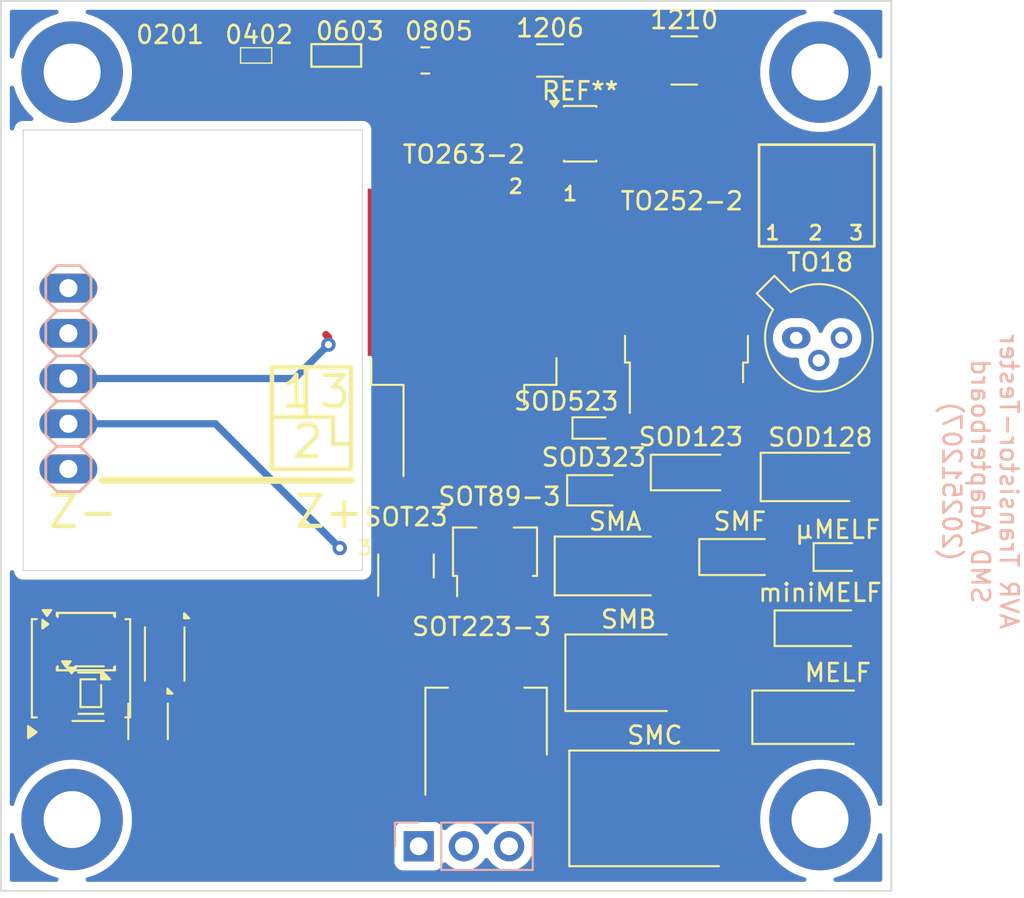
<source format=kicad_pcb>
(kicad_pcb
	(version 20241229)
	(generator "pcbnew")
	(generator_version "9.0")
	(general
		(thickness 1.6)
		(legacy_teardrops no)
	)
	(paper "A4")
	(layers
		(0 "F.Cu" signal)
		(2 "B.Cu" signal)
		(9 "F.Adhes" user "F.Adhesive")
		(11 "B.Adhes" user "B.Adhesive")
		(13 "F.Paste" user)
		(15 "B.Paste" user)
		(5 "F.SilkS" user "F.Silkscreen")
		(7 "B.SilkS" user "B.Silkscreen")
		(1 "F.Mask" user)
		(3 "B.Mask" user)
		(17 "Dwgs.User" user "User.Drawings")
		(19 "Cmts.User" user "User.Comments")
		(21 "Eco1.User" user "User.Eco1")
		(23 "Eco2.User" user "User.Eco2")
		(25 "Edge.Cuts" user)
		(27 "Margin" user)
		(31 "F.CrtYd" user "F.Courtyard")
		(29 "B.CrtYd" user "B.Courtyard")
		(35 "F.Fab" user)
		(33 "B.Fab" user)
		(39 "User.1" user)
		(41 "User.2" user)
		(43 "User.3" user)
		(45 "User.4" user)
		(47 "User.5" user)
		(49 "User.6" user)
		(51 "User.7" user)
		(53 "User.8" user)
		(55 "User.9" user)
	)
	(setup
		(stackup
			(layer "F.SilkS"
				(type "Top Silk Screen")
			)
			(layer "F.Paste"
				(type "Top Solder Paste")
			)
			(layer "F.Mask"
				(type "Top Solder Mask")
				(thickness 0.01)
			)
			(layer "F.Cu"
				(type "copper")
				(thickness 0.035)
			)
			(layer "dielectric 1"
				(type "core")
				(thickness 1.51)
				(material "FR4")
				(epsilon_r 4.5)
				(loss_tangent 0.02)
			)
			(layer "B.Cu"
				(type "copper")
				(thickness 0.035)
			)
			(layer "B.Mask"
				(type "Bottom Solder Mask")
				(thickness 0.01)
			)
			(layer "B.Paste"
				(type "Bottom Solder Paste")
			)
			(layer "B.SilkS"
				(type "Bottom Silk Screen")
			)
			(copper_finish "None")
			(dielectric_constraints no)
		)
		(pad_to_mask_clearance 0)
		(allow_soldermask_bridges_in_footprints no)
		(tenting front back)
		(pcbplotparams
			(layerselection 0x00000000_00000000_55555555_5755f5ff)
			(plot_on_all_layers_selection 0x00000000_00000000_00000000_00000000)
			(disableapertmacros no)
			(usegerberextensions yes)
			(usegerberattributes no)
			(usegerberadvancedattributes no)
			(creategerberjobfile no)
			(dashed_line_dash_ratio 12.000000)
			(dashed_line_gap_ratio 3.000000)
			(svgprecision 6)
			(plotframeref no)
			(mode 1)
			(useauxorigin no)
			(hpglpennumber 1)
			(hpglpenspeed 20)
			(hpglpendiameter 15.000000)
			(pdf_front_fp_property_popups yes)
			(pdf_back_fp_property_popups yes)
			(pdf_metadata yes)
			(pdf_single_document no)
			(dxfpolygonmode yes)
			(dxfimperialunits yes)
			(dxfusepcbnewfont yes)
			(psnegative no)
			(psa4output no)
			(plot_black_and_white yes)
			(sketchpadsonfab no)
			(plotpadnumbers no)
			(hidednponfab no)
			(sketchdnponfab yes)
			(crossoutdnponfab yes)
			(subtractmaskfromsilk yes)
			(outputformat 1)
			(mirror no)
			(drillshape 0)
			(scaleselection 1)
			(outputdirectory "AVR-Transistortester-SMD-Adapterboard-gerbers")
		)
	)
	(net 0 "")
	(net 1 "1")
	(net 2 "2")
	(net 3 "3")
	(net 4 "TEST3")
	(net 5 "TESTZ+")
	(net 6 "TEST1")
	(net 7 "TEST2")
	(net 8 "TESTZ-")
	(footprint "Package_DFN_QFN:DFN-8-1EP_3x2mm_P0.5mm_EP1.3x1.5mm" (layer "F.Cu") (at 105.9 88.3 -90))
	(footprint "Resistor_SMD:R_1210_3225Metric" (layer "F.Cu") (at 135.075 54.9475))
	(footprint "Package_DFN_QFN:DFN-8_2x2mm_P0.5mm" (layer "F.Cu") (at 104.965 92.085 -90))
	(footprint "Diode_SMD:D_MiniMELF" (layer "F.Cu") (at 142.7 86.85))
	(footprint "Diode_SMD:D_SMA" (layer "F.Cu") (at 131.2 83.35))
	(footprint "Package_TO_SOT_SMD:SOT-223-3_TabPin2" (layer "F.Cu") (at 123.95 92.1 90))
	(footprint "Resistor_SMD:R_1206_3216Metric" (layer "F.Cu") (at 127.5375 54.9475))
	(footprint "Package_TO_SOT_THT:TO-18-3" (layer "F.Cu") (at 141.364724 70.534724))
	(footprint "Package_TO_SOT_SMD:TO-252-2" (layer "F.Cu") (at 135.2 69.45 90))
	(footprint "Fiducial:Fiducial_1mm_Mask2mm" (layer "F.Cu") (at 105.2 100.1))
	(footprint "Package_TO_SOT_SMD:SOT-23-6" (layer "F.Cu") (at 129.2275 59.065))
	(footprint "Diode_SMD:D_SOD-123" (layer "F.Cu") (at 135.45 78.1))
	(footprint "Diode_SMD:D_SMB" (layer "F.Cu") (at 131.95 89.35))
	(footprint "Package_TO_SOT_SMD:SOT-23" (layer "F.Cu") (at 119.45 83.35 90))
	(footprint "Diode_SMD:D_SOD-323" (layer "F.Cu") (at 130 79.1))
	(footprint "Diode_SMD:D_MicroMELF" (layer "F.Cu") (at 143.7 82.85))
	(footprint "Package_SON:VSON-8-1EP_3x3mm_P0.65mm_EP1.6x2.4mm" (layer "F.Cu") (at 101.5 87.6))
	(footprint "MountingHole:MountingHole_3.2mm_M3_ISO7380_Pad" (layer "F.Cu") (at 142.7 97.6))
	(footprint "Fiducial:Fiducial_1mm_Mask2mm" (layer "F.Cu") (at 105.45 57.35))
	(footprint "Diode_SMD:D_SOD-523" (layer "F.Cu") (at 129.95 75.6))
	(footprint "kikad_lib:R0603" (layer "F.Cu") (at 115.535 54.6655))
	(footprint "Diode_SMD:D_SOD-128" (layer "F.Cu") (at 142.45 78.35))
	(footprint "Package_TO_SOT_SMD:SOT-89-3" (layer "F.Cu") (at 124.45 82.85 90))
	(footprint "Resistor_SMD:R_0805_2012Metric" (layer "F.Cu") (at 120.5375 54.9475))
	(footprint "Resistor_SMD:R_0201_0603Metric" (layer "F.Cu") (at 107.355 54.6655))
	(footprint "Package_SO:SOIC-8_5.3x5.3mm_P1.27mm" (layer "F.Cu") (at 101.2 89.1 90))
	(footprint "MountingHole:MountingHole_3.2mm_M3_ISO7380_Pad" (layer "F.Cu") (at 142.7 55.6))
	(footprint "Diode_SMD:D_MELF" (layer "F.Cu") (at 142.2 91.85))
	(footprint "Package_TO_SOT_SMD:SOT-353_SC-70-5" (layer "F.Cu") (at 101.75 90.5))
	(footprint "Diode_SMD:D_SMC" (layer "F.Cu") (at 133.422 96.97))
	(footprint "Package_TO_SOT_SMD:TO-263-2" (layer "F.Cu") (at 122.7 70.225 90))
	(footprint "MountingHole:MountingHole_3.2mm_M3_ISO7380_Pad" (layer "F.Cu") (at 100.7 97.6))
	(footprint "Diode_SMD:D_SMF" (layer "F.Cu") (at 138.2 82.85))
	(footprint "Package_CSP:WLCSP-6_1.4x1.0mm_P0.4mm" (layer "F.Cu") (at 101.75 90.5 -90))
	(footprint "MountingHole:MountingHole_3.2mm_M3_ISO7380_Pad" (layer "F.Cu") (at 100.7 55.6))
	(footprint "kikad_lib:R0402" (layer "F.Cu") (at 111.035 54.6655))
	(footprint "Package_SO:MSOP-8_3x3mm_P0.65mm" (layer "F.Cu") (at 101.45 87.6))
	(footprint "Package_TO_SOT_SMD:TSOT-23-5_HandSoldering" (layer "F.Cu") (at 101.595 90.5))
	(footprint "Connector_PinHeader_2.54mm:PinHeader_1x03_P2.54mm_Vertical" (layer "B.Cu") (at 120.16 99.1 -90))
	(footprint "1X05"
		(layer "B.Cu")
		(uuid "f8752477-319e-4de5-98c6-a4926d16314d")
		(at 100.49 72.82 -90)
		(descr "PIN HEADER")
		(property "Reference" "JP5"
			(at -6.4262 1.8288 90)
			(unlocked yes)
			(layer "B.SilkS")
			(hide yes)
			(uuid "f3f5ce49-90ef-40d6-929c-fc022d051564")
			(effects
				(font
					(size 1.143 1.143)
					(thickness 0.127)
				)
				(justify left bottom mirror)
			)
		)
		(property "Value" "TESTSMD"
			(at -6.35 -3.175 90)
			(unlocked yes)
			(layer "B.Fab")
			(hide yes)
			(uuid "6b484c5f-e120-438d-be19-dbfbfd7c3be8")
			(effects
				(font
					(size 1.1684 1.1684)
					(thickness 0.1016)
				)
				(justify left bottom mirror)
			)
		)
		(property "Datasheet" ""
			(at 0 0 90)
			(layer "B.Fab")
			(hide yes)
			(uuid "031d671b-a4ad-48c5-a42c-1e604bca92c4")
			(effects
				(font
					(size 1.27 1.27)
					(thickness 0.15)
				)
				(justify mirror)
			)
		)
		(property "Description" ""
			(at 0 0 90)
			(layer "B.Fab")
			(hide yes)
			(uuid "9a74d07b-81f2-44d0-bf36-b4340a891bd3")
			(effects
				(font
					(size 1.27 1.27)
					(thickness 0.15)
				)
				(justify mirror)
			)
		)
		(fp_line
			(start -5.715 1.27)
			(end -4.445 1.27)
			(stroke
				(width 0.1524)
				(type solid)
			)
			(layer "B.SilkS")
			(net 1208)
			(uuid "b30d9402-2b99-4c3e-87f7-180c6d9f30c3")
		)
		(fp_line
			(start -5.715 1.27)
			(end -6.35 0.635)
			(stroke
				(width 0.1524)
				(type solid)
			)
			(layer "B.SilkS")
			(net 1208)
			(uuid "d77c4d6b-a875-429c-9ed8-688522fed063")
		)
		(fp_line
			(start -4.445 1.27)
			(end -3.81 0.635)
			(stroke
				(width 0.1524)
				(type solid)
			)
			(layer "B.SilkS")
			(net 1208)
			(uuid "cccf9f11-2248-45c9-8227-a55765f16d23")
		)
		(fp_line
			(start -3.175 1.27)
			(end -1.905 1.27)
			(stroke
				(width 0.1524)
				(type solid)
			)
			(layer "B.SilkS")
			(net 1208)
			(uuid "38018ede-1dbc-4bc4-ba49-91a1eb949c0c")
		)
		(fp_line
			(start -1.905 1.27)
			(end -1.27 0.635)
			(stroke
				(width 0.1524)
				(type solid)
			)
			(layer "B.SilkS")
			(net 1208)
			(uuid "456aa0a1-f779-4612-bc1b-c872f306e492")
		)
		(fp_line
			(start -0.635 1.27)
			(end 0.635 1.27)
			(stroke
				(width 0.1524)
				(type solid)
			)
			(layer "B.SilkS")
			(net 1208)
			(uuid "b5e55f8a-2e45-4581-b2fa-644b32f0d2e3")
		)
		(fp_line
			(start 0.635 1.27)
			(end 1.27 0.635)
			(stroke
				(width 0.1524)
				(type solid)
			)
			(layer "B.SilkS")
			(net 1208)
			(uuid "c19df4cb-03f6-4a20-b025-cab15b115981")
		)
		(fp_line
			(start 1.905 1.27)
			(end 3.175 1.27)
			(stroke
				(width 0.1524)
				(type solid)
			)
			(layer "B.SilkS")
			(net 1208)
			(uuid "39d5b74e-8e6c-41b6-b073-ec0464da5fd1")
		)
		(fp_line
			(start 1.905 1.27)
			(end 1.27 0.635)
			(stroke
				(width 0.1524)
				(type solid)
			)
			(layer "B.SilkS")
			(net 1208)
			(uuid "e365d344-09e8-4aff-a703-b1fff03ad8c8")
		)
		(fp_line
			(start 3.175 1.27)
			(end 3.81 0.635)
			(stroke
				(width 0.1524)
				(type solid)
			)
			(layer "B.SilkS")
			(net 1208)
			(uuid "f2e575c1-4ab2-4c47-9e27-ff33d801577e")
		)
		(fp_line
			(start 4.445 1.27)
			(end 5.715 1.27)
			(stroke
				(width 0.1524)
				(type solid)
			)
			(layer "B.SilkS")
			(net 1208)
			(uuid "a6a22631-30b7-4d4b-82da-acf6110313be")
		)
		(fp_line
			(start 4.445 1.27)
			(end 3.81 0.635)
			(stroke
				(width 0.1524)
				(type solid)
			)
			(layer "B.SilkS")
			(net 1208)
			(uuid "348e09b7-c672-4abc-b7f0-7e04a61b29e3")
		)
		(fp_line
			(start 5.715 1.27)
			(end 6.35 0.635)
			(stroke
				(width 0.1524)
				(type solid)
			)
			(layer "B.SilkS")
			(net 1208)
			(uuid "68d91744-1333-4d07-9467-528907f0c8b6")
		)
		(fp_line
			(start -6.35 0.635)
			(end -6.35 -0.635)
			(stroke
				(width 0.1524)
				(type solid)
			)
			(layer "B.SilkS")
			(net 1208)
			(uuid "ff95d911-1769-45fb-b495-aa0db5821a3c")
		)
		(fp_line
			(start -3.81 0.635)
			(end -3.175 1.27)
			(stroke
				(width 0.1524)
				(type solid)
			)
			(layer "B.SilkS")
			(net 1208)
			(uuid "d731e3bc-e612-490b-881e-9a156ef5be6d")
		)
		(fp_line
			(start -3.81 0.635)
			(end -3.81 -0.635)
			(stroke
				(width 0.1524)
				(type solid)
			)
			(layer "B.SilkS")
			(net 1208)
			(uuid "e2ebc62d-a9de-4b5b-b8cd-41cbe26bcfc1")
		)
		(fp_line
			(start -1.27 0.635)
			(end -0.635 1.27)
			(stroke
				(width 0.1524)
				(type solid)
			)
			(layer "B.SilkS")
			(net 1208)
			(uuid "f5a76c11-2447-4a1f-a7b0-7d43fd4ccb32")
		)
		(fp_line
			(start -1.27 0.635)
			(end -1.27 -0.635)
			(stroke
				(width 0.1524)
				(type solid)
			)
			(layer "B.SilkS")
			(net 1208)
			(uuid "18211f3a-ef84-4f11-9e87-bca5aa2b288f")
		)
		(fp_line
			(start 1.27 0.635)
			(end 1.27 -0.635)
			(stroke
				(width 0.1524)
				(type solid)
			)
			(layer "B.SilkS")
			(net 1208)
			(uuid "a605328c-e9d7-45fd-94e1-a9e0479b46f4")
		)
		(fp_line
			(start 3.81 0.635)
			(end 3.81 -0.635)
			(stroke
				(width 0.1524)
				(type solid)
			)
			(layer "B.SilkS")
			(net 1208)
			(uuid "7685f47e-f054-4dd6-9331-5dd6dc39e68a")
		)
		(fp_line
			(start 6.35 0.635)
			(end 6.35 -0.635)
			(stroke
				(width 0.1524)
				(type solid)
			)
			(layer "B.SilkS")
			(net 1208)
			(uuid "983d6432-4be0-42c7-a118-b1fce3ebf8e0")
		)
		(fp_line
			(start -6.35 -0.635)
			(end -5.715 -1.27)
			(stroke
				(width 0.1524)
				(type solid)
			)
			(layer "B.SilkS")
			(net 1208)
			(uuid "c50a04f9-2bb2-44d7-a750-d6a00d981b6a")
		)
		(fp_line
			(start -3.81 -0.635)
			(end -4.445 -1.27)
			(stroke
				(width 0.1524)
				(type solid)
			)
			(layer "B.SilkS")
			(net 1208)
			(uuid "35ef0dfc-3f69-417d-83d5-bb96662ef98f")
		)
		(fp_line
			(start -1.27 -0.635)
			(end -1.905 -1.27)
			(stroke
				(width 0.1524)
				(type solid)
			)
			(layer "B.SilkS")
			(net 1208)
			(uuid "a19c5789-f677-4018-90e1-f897c883bb52")
		)
		(fp_line
			(start 1.27 -0.635)
			(end 0.635 -1.27)
			(stroke
				(width 0.1524)
				(type solid)
			)
			(layer "B.SilkS")
			(net 1208)
			(uuid "03bbbfe8-6e5c-4cbe-b91c-805ed0bf662f")
		)
		(fp_line
			(start 1.27 -0.635)
			(end 1.905 -1.27)
			(stroke
				(width 0.1524)
				(type solid)
			)
			(layer "B.SilkS")
			(net 1208)
			(uuid "be15cc32-201a-4d0b-b374-33d3354eaf79")
		)
		(fp_line
			(start 3.81 -0.635)
			(end 3.175 -1.27)
			(stroke
				(width 0.1524)
				(type solid)
			)
			(layer "B.SilkS")
			(net 1208)
			(uuid "0d5228f5-adfe-4147-95b0-d54363cd1ff6")
		)
		(fp_line
			(start 3.81 -0.635)
			(end 4.445 -1.27)
			(stroke
				(width 0.1524)
				(type solid)
			)
			(layer "B.SilkS")
			(net 1208)
			(uuid "e468920e-8e0c-45f2-b759-c9582613d722")
		)
		(f
... [43432 chars truncated]
</source>
